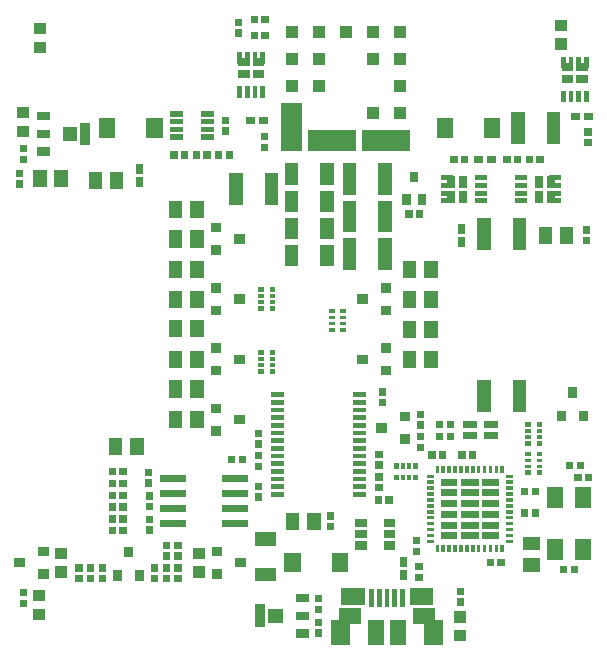
<source format=gbr>
G04 start of page 12 for group -4015 idx -4015 *
G04 Title: (unknown), toppaste *
G04 Creator: pcb 1.99z *
G04 CreationDate: Fri 15 Aug 2014 08:28:38 GMT UTC *
G04 For: rbarlow *
G04 Format: Gerber/RS-274X *
G04 PCB-Dimensions (mm): 152.40 127.00 *
G04 PCB-Coordinate-Origin: lower left *
%MOMM*%
%FSLAX43Y43*%
%LNTOPPASTE*%
%ADD163R,1.460X1.460*%
%ADD162R,1.350X1.350*%
%ADD161R,1.625X1.625*%
%ADD160R,1.375X1.375*%
%ADD159R,0.800X0.800*%
%ADD158R,0.600X0.600*%
%ADD157R,0.300X0.300*%
%ADD156R,0.450X0.450*%
%ADD155R,0.900X0.900*%
%ADD154R,1.770X1.770*%
%ADD153C,0.002*%
%ADD152R,0.400X0.400*%
%ADD151R,0.700X0.700*%
%ADD150R,0.950X0.950*%
%ADD149R,1.400X1.400*%
%ADD148R,1.150X1.150*%
%ADD147R,0.620X0.620*%
G54D147*X81349Y35500D02*X81351D01*
X82249D02*X82251D01*
X81400Y38451D02*Y38449D01*
Y39351D02*Y39349D01*
Y37451D02*Y37449D01*
Y36551D02*Y36549D01*
X81700Y44651D02*Y44649D01*
Y43751D02*Y43749D01*
G54D148*X93200Y67775D02*Y66225D01*
X96200Y67775D02*Y66225D01*
G54D149*X91000Y67120D02*Y66880D01*
X87000Y67120D02*Y66880D01*
G54D150*X96775Y75700D02*X96825D01*
X96775Y74100D02*X96825D01*
X52675Y73800D02*X52725D01*
X52675Y75400D02*X52725D01*
G54D147*X92249Y64300D02*X92251D01*
X93149D02*X93151D01*
X84849Y59700D02*X84851D01*
X83949D02*X83951D01*
G54D151*X83750Y61050D02*Y60850D01*
X85050Y61050D02*Y60850D01*
X84400Y62950D02*Y62750D01*
G54D147*X95049Y64300D02*X95051D01*
X94149D02*X94151D01*
G54D152*X89740Y60825D02*X90330D01*
X89740Y61475D02*X90330D01*
X89740Y62125D02*X90330D01*
X89740Y62775D02*X90330D01*
X86870D02*X87460D01*
X86870Y62125D02*X87460D01*
X86870Y61475D02*X87460D01*
X86870Y60825D02*X87460D01*
G54D151*X88555Y61320D02*Y61032D01*
Y62568D02*Y62280D01*
X87530Y61320D02*Y61032D01*
Y62568D02*Y62280D01*
G54D152*X93170Y62775D02*X93760D01*
X93170Y62125D02*X93760D01*
X93170Y61475D02*X93760D01*
X93170Y60825D02*X93760D01*
X96040D02*X96630D01*
X96040Y61475D02*X96630D01*
X96040Y62125D02*X96630D01*
X96040Y62775D02*X96630D01*
G54D151*X94945Y62568D02*Y62280D01*
Y61320D02*Y61032D01*
X95970Y62568D02*Y62280D01*
Y61320D02*Y61032D01*
G54D147*X99100Y65751D02*Y65749D01*
Y66651D02*Y66649D01*
G54D152*X97025Y69960D02*Y69370D01*
X97675Y69960D02*Y69370D01*
X98325Y69960D02*Y69370D01*
X98975Y69960D02*Y69370D01*
Y72830D02*Y72240D01*
X98325Y72830D02*Y72240D01*
X97675Y72830D02*Y72240D01*
X97025Y72830D02*Y72240D01*
G54D151*X97232Y71145D02*X97520D01*
X98480D02*X98768D01*
X97232Y72170D02*X97520D01*
X98480D02*X98768D01*
G54D147*X71700Y65351D02*Y65349D01*
Y66251D02*Y66249D01*
X71749Y76200D02*X71751D01*
X70849D02*X70851D01*
X70849Y74800D02*X70851D01*
X71749D02*X71751D01*
X69500Y75951D02*Y75949D01*
Y75051D02*Y75049D01*
G54D153*G36*
X82655Y75605D02*Y74595D01*
X83665D01*
Y75605D01*
X82655D01*
G37*
G36*
X80365D02*Y74595D01*
X81375D01*
Y75605D01*
X80365D01*
G37*
G36*
X78075D02*Y74595D01*
X79085D01*
Y75605D01*
X78075D01*
G37*
G36*
X75795D02*Y74595D01*
X76805D01*
Y75605D01*
X75795D01*
G37*
G36*
X73505D02*Y74595D01*
X74515D01*
Y75605D01*
X73505D01*
G37*
G36*
X82655Y73315D02*Y72305D01*
X83665D01*
Y73315D01*
X82655D01*
G37*
G36*
X80365D02*Y72305D01*
X81375D01*
Y73315D01*
X80365D01*
G37*
G36*
X75795D02*Y72305D01*
X76805D01*
Y73315D01*
X75795D01*
G37*
G36*
X73505D02*Y72305D01*
X74515D01*
Y73315D01*
X73505D01*
G37*
G36*
X82655Y71025D02*Y70015D01*
X83665D01*
Y71025D01*
X82655D01*
G37*
G36*
X75795D02*Y70015D01*
X76805D01*
Y71025D01*
X75795D01*
G37*
G36*
X73505D02*Y70015D01*
X74515D01*
Y71025D01*
X73505D01*
G37*
G36*
X82655Y68745D02*Y67735D01*
X83665D01*
Y68745D01*
X82655D01*
G37*
G36*
X80365D02*Y67735D01*
X81375D01*
Y68745D01*
X80365D01*
G37*
G54D154*X80860Y65950D02*X83160D01*
X76290D02*X78590D01*
X74010Y68240D02*Y65940D01*
G54D147*X51300Y64351D02*Y64349D01*
Y65251D02*Y65249D01*
G54D150*X51275Y68300D02*X51325D01*
X51275Y66700D02*X51325D01*
G54D151*X52775Y68000D02*X53175D01*
X52775Y66500D02*X53175D01*
X52775Y65000D02*X53175D01*
G54D155*X56525Y67000D02*Y66000D01*
G54D153*G36*
X54625Y67100D02*Y65900D01*
X55825D01*
Y67100D01*
X54625D01*
G37*
G54D156*X66575Y66225D02*X67225D01*
X66575Y66875D02*X67225D01*
X66575Y67525D02*X67225D01*
X66575Y68175D02*X67225D01*
X63975Y66225D02*X64625D01*
X63975Y66875D02*X64625D01*
X63975Y67525D02*X64625D01*
X63975Y68175D02*X64625D01*
G54D149*X62400Y67120D02*Y66880D01*
X58400Y67120D02*Y66880D01*
G54D152*X69625Y70360D02*Y69770D01*
X70275Y70360D02*Y69770D01*
X70925Y70360D02*Y69770D01*
X71575Y70360D02*Y69770D01*
Y73230D02*Y72640D01*
X70925Y73230D02*Y72640D01*
X70275Y73230D02*Y72640D01*
X69625Y73230D02*Y72640D01*
G54D151*X69832Y71545D02*X70120D01*
X71080D02*X71368D01*
X69832Y72570D02*X70120D01*
X71080D02*X71368D01*
G54D152*X72450Y44425D02*X73150D01*
X72450Y43775D02*X73150D01*
X72450Y43125D02*X73150D01*
X72450Y42475D02*X73150D01*
X72450Y41825D02*X73150D01*
X72450Y41175D02*X73150D01*
X72450Y40525D02*X73150D01*
X72450Y39875D02*X73150D01*
X72450Y39225D02*X73150D01*
X72450Y38575D02*X73150D01*
X72450Y37925D02*X73150D01*
X72450Y37275D02*X73150D01*
X72450Y36625D02*X73150D01*
X72450Y35975D02*X73150D01*
X79450Y44425D02*X80150D01*
X79450Y43775D02*X80150D01*
X79450Y43125D02*X80150D01*
X79450Y42475D02*X80150D01*
X79450Y41825D02*X80150D01*
X79450Y41175D02*X80150D01*
X79450Y40525D02*X80150D01*
X79450Y39875D02*X80150D01*
X79450Y39225D02*X80150D01*
X79450Y38575D02*X80150D01*
X79450Y37925D02*X80150D01*
X79450Y37275D02*X80150D01*
X79450Y36625D02*X80150D01*
X79450Y35975D02*X80150D01*
X77350Y51500D02*X77450D01*
G54D157*X77300Y50950D02*X77500D01*
X77300Y50450D02*X77500D01*
G54D152*X77350Y49900D02*X77450D01*
X78350Y51500D02*X78450D01*
G54D157*X78300Y50950D02*X78500D01*
X78300Y50450D02*X78500D01*
G54D152*X78350Y49900D02*X78450D01*
G54D147*X87749Y64300D02*X87751D01*
X88649D02*X88651D01*
G54D158*X90850D02*X91050D01*
X89750D02*X89950D01*
X97950Y68000D02*X98150D01*
X99050D02*X99250D01*
X70450Y67600D02*X70650D01*
X71550D02*X71750D01*
G54D152*X72350Y46400D02*X72450D01*
G54D157*X72300Y46950D02*X72500D01*
X72300Y47450D02*X72500D01*
G54D152*X72350Y48000D02*X72450D01*
X71350Y46400D02*X71450D01*
G54D157*X71300Y46950D02*X71500D01*
X71300Y47450D02*X71500D01*
G54D152*X71350Y48000D02*X71450D01*
X72350Y51700D02*X72450D01*
G54D157*X72300Y52250D02*X72500D01*
X72300Y52750D02*X72500D01*
G54D152*X72350Y53300D02*X72450D01*
X71350Y51700D02*X71450D01*
G54D157*X71300Y52250D02*X71500D01*
X71300Y52750D02*X71500D01*
G54D152*X71350Y53300D02*X71450D01*
G54D147*X71200Y41151D02*Y41149D01*
Y40251D02*Y40249D01*
Y38351D02*Y38349D01*
Y39251D02*Y39249D01*
G54D148*X77000Y56525D02*Y55875D01*
X74000Y56525D02*Y55875D01*
X77000Y58825D02*Y58175D01*
X74000Y58825D02*Y58175D01*
X77000Y61125D02*Y60475D01*
X74000Y61125D02*Y60475D01*
X77000Y63425D02*Y62775D01*
X74000Y63425D02*Y62775D01*
X78900Y60275D02*Y58725D01*
X81900Y60275D02*Y58725D01*
X78900Y63475D02*Y61925D01*
X81900Y63475D02*Y61925D01*
X78900Y57075D02*Y55525D01*
X81900Y57075D02*Y55525D01*
G54D147*X68400Y66751D02*Y66749D01*
Y67651D02*Y67649D01*
G54D148*X93300Y45075D02*Y43525D01*
X90300Y45075D02*Y43525D01*
G54D158*X88400Y57450D02*Y57250D01*
Y58550D02*Y58350D01*
G54D147*X99000Y57451D02*Y57449D01*
Y58351D02*Y58349D01*
G54D148*X95500Y58050D02*Y57750D01*
X97300Y58050D02*Y57750D01*
X93300Y58775D02*Y57225D01*
X90300Y58775D02*Y57225D01*
G54D159*X81950Y46450D02*X82050D01*
X81950Y48350D02*X82050D01*
X79950Y47400D02*X80050D01*
X81950Y51550D02*X82050D01*
X81950Y53450D02*X82050D01*
X79950Y52500D02*X80050D01*
G54D148*X84000Y47550D02*Y47250D01*
X85800Y47550D02*Y47250D01*
X84000Y50050D02*Y49750D01*
X85800Y50050D02*Y49750D01*
X84000Y52650D02*Y52350D01*
X85800Y52650D02*Y52350D01*
X84000Y55150D02*Y54850D01*
X85800Y55150D02*Y54850D01*
X69300Y62575D02*Y61025D01*
X72300Y62575D02*Y61025D01*
G54D147*X65949Y64700D02*X65951D01*
X66849D02*X66851D01*
X64949D02*X64951D01*
X64049D02*X64051D01*
X67849D02*X67851D01*
X68749D02*X68751D01*
X51000Y63151D02*Y63149D01*
Y62251D02*Y62249D01*
G54D148*X54500Y62850D02*Y62550D01*
X52700Y62850D02*Y62550D01*
G54D159*X67550Y43250D02*X67650D01*
X67550Y41350D02*X67650D01*
X69550Y42300D02*X69650D01*
G54D148*X59100Y40150D02*Y39850D01*
X60900Y40150D02*Y39850D01*
G54D159*X67550Y53450D02*X67650D01*
X67550Y51550D02*X67650D01*
X69550Y52500D02*X69650D01*
X67550Y58550D02*X67650D01*
X67550Y56650D02*X67650D01*
X69550Y57600D02*X69650D01*
X67550Y48350D02*X67650D01*
X67550Y46450D02*X67650D01*
X69550Y47400D02*X69650D01*
G54D148*X64200Y57750D02*Y57450D01*
X66000Y57750D02*Y57450D01*
X64200Y60250D02*Y59950D01*
X66000Y60250D02*Y59950D01*
X64200Y42450D02*Y42150D01*
X66000Y42450D02*Y42150D01*
X64200Y45050D02*Y44750D01*
X66000Y45050D02*Y44750D01*
X64200Y47550D02*Y47250D01*
X66000Y47550D02*Y47250D01*
X64200Y50150D02*Y49850D01*
X66000Y50150D02*Y49850D01*
X64200Y52650D02*Y52350D01*
X66000Y52650D02*Y52350D01*
X64200Y55150D02*Y54850D01*
X66000Y55150D02*Y54850D01*
G54D158*X61100Y62530D02*Y62330D01*
Y63630D02*Y63430D01*
G54D148*X57400Y62730D02*Y62430D01*
X59200Y62730D02*Y62430D01*
G54D159*X83550Y40650D02*X83650D01*
X83550Y42550D02*X83650D01*
X81550Y41600D02*X81650D01*
G54D147*X84900Y42751D02*Y42749D01*
Y41851D02*Y41849D01*
Y40851D02*Y40849D01*
Y39951D02*Y39949D01*
X86799Y39300D02*X86801D01*
X85899D02*X85901D01*
X84600Y32051D02*Y32049D01*
Y31151D02*Y31149D01*
X90849Y30200D02*X90851D01*
X91749D02*X91751D01*
X58849Y32900D02*X58851D01*
X59749D02*X59751D01*
G54D148*X74100Y33850D02*Y33550D01*
X75900Y33850D02*Y33550D01*
G54D147*X77300Y34151D02*Y34149D01*
Y33251D02*Y33249D01*
X89349Y39300D02*X89351D01*
X88449D02*X88451D01*
X98449Y38400D02*X98451D01*
X97549D02*X97551D01*
G54D151*X79750Y33550D02*X80050D01*
X79750Y32600D02*X80050D01*
X79750Y31650D02*X80050D01*
X82150D02*X82450D01*
X82150Y32600D02*X82450D01*
X82150Y33550D02*X82450D01*
G54D149*X96300Y35900D02*Y35500D01*
Y31500D02*Y31100D01*
X98700Y31500D02*Y31100D01*
Y35900D02*Y35500D01*
G54D159*X96850Y42650D02*Y42550D01*
X98750Y42650D02*Y42550D01*
X97800Y44650D02*Y44550D01*
G54D147*X59749Y34900D02*X59751D01*
X58849D02*X58851D01*
X58849Y33900D02*X58851D01*
X59749D02*X59751D01*
X59749Y35900D02*X59751D01*
X58849D02*X58851D01*
G54D150*X54475Y29400D02*X54525D01*
X54475Y31000D02*X54525D01*
G54D159*X52950Y29250D02*X53050D01*
X52950Y31150D02*X53050D01*
X50950Y30200D02*X51050D01*
G54D147*X69849Y38900D02*X69851D01*
X68949D02*X68951D01*
X61900Y36951D02*Y36949D01*
Y37851D02*Y37849D01*
X62000Y33851D02*Y33849D01*
Y32951D02*Y32949D01*
Y35851D02*Y35849D01*
Y34951D02*Y34949D01*
X71200Y35751D02*Y35749D01*
Y36651D02*Y36649D01*
G54D158*X63200Y37305D02*X64800D01*
X63200Y36035D02*X64800D01*
X63200Y34765D02*X64800D01*
X63200Y33495D02*X64800D01*
X68400D02*X70000D01*
X68400Y34765D02*X70000D01*
X68400Y36035D02*X70000D01*
X68400Y37305D02*X70000D01*
G54D147*X58849Y36900D02*X58851D01*
X59749D02*X59751D01*
G54D152*X93950Y39400D02*X94050D01*
G54D157*X93900Y38850D02*X94100D01*
X93900Y38350D02*X94100D01*
G54D152*X93950Y37800D02*X94050D01*
X94950Y39400D02*X95050D01*
G54D157*X94900Y38850D02*X95100D01*
X94900Y38350D02*X95100D01*
G54D152*X94950Y37800D02*X95050D01*
X84500Y38450D02*Y38350D01*
G54D157*X83950Y38500D02*Y38300D01*
X83450Y38500D02*Y38300D01*
G54D152*X82900Y38450D02*Y38350D01*
X84500Y37450D02*Y37350D01*
G54D157*X83950Y37500D02*Y37300D01*
X83450Y37500D02*Y37300D01*
G54D152*X82900Y37450D02*Y37350D01*
G54D157*X92300Y32000D02*X92600D01*
X92300Y32500D02*X92600D01*
X92300Y33000D02*X92600D01*
X92300Y33500D02*X92600D01*
X92300Y34000D02*X92600D01*
X92300Y34500D02*X92600D01*
X92300Y35000D02*X92600D01*
X92300Y35500D02*X92600D01*
X92300Y36000D02*X92600D01*
X92300Y36500D02*X92600D01*
X92300Y37000D02*X92600D01*
X92300Y37500D02*X92600D01*
X91850Y38250D02*Y37950D01*
X91350Y38250D02*Y37950D01*
X90850Y38250D02*Y37950D01*
X90350Y38250D02*Y37950D01*
X89850Y38250D02*Y37950D01*
X89350Y38250D02*Y37950D01*
X88850Y38250D02*Y37950D01*
X88350Y38250D02*Y37950D01*
X87850Y38250D02*Y37950D01*
X87350Y38250D02*Y37950D01*
X86850Y38250D02*Y37950D01*
X86350Y38250D02*Y37950D01*
X85600Y32000D02*X85900D01*
X85600Y32500D02*X85900D01*
X85600Y33000D02*X85900D01*
X85600Y33500D02*X85900D01*
X85600Y34000D02*X85900D01*
X85600Y34500D02*X85900D01*
X85600Y35000D02*X85900D01*
X85600Y35500D02*X85900D01*
X85600Y36000D02*X85900D01*
X85600Y36500D02*X85900D01*
X85600Y37000D02*X85900D01*
X85600Y37500D02*X85900D01*
X91850Y31550D02*Y31250D01*
X91350Y31550D02*Y31250D01*
X90850Y31550D02*Y31250D01*
X90350Y31550D02*Y31250D01*
X89850Y31550D02*Y31250D01*
X89350Y31550D02*Y31250D01*
X88850Y31550D02*Y31250D01*
X88350Y31550D02*Y31250D01*
X87850Y31550D02*Y31250D01*
X87350Y31550D02*Y31250D01*
X86850Y31550D02*Y31250D01*
X86350Y31550D02*Y31250D01*
G54D158*X90450Y32500D02*X91250D01*
X90450Y33350D02*X91250D01*
X90450Y34300D02*X91250D01*
X90450Y35200D02*X91250D01*
X90450Y36150D02*X91250D01*
X90450Y37000D02*X91250D01*
X88650Y32500D02*X89550D01*
X88650Y33350D02*X89550D01*
X88650Y34300D02*X89550D01*
X88650Y35200D02*X89550D01*
X88650Y36150D02*X89550D01*
X88650Y37000D02*X89550D01*
X86950Y32500D02*X87750D01*
X86950Y33350D02*X87750D01*
X86950Y34300D02*X87750D01*
X86950Y35200D02*X87750D01*
X86950Y36150D02*X87750D01*
X86950Y37000D02*X87750D01*
G54D152*X93950Y41900D02*X94050D01*
G54D157*X93900Y41350D02*X94100D01*
X93900Y40850D02*X94100D01*
G54D152*X93950Y40300D02*X94050D01*
X94950Y41900D02*X95050D01*
G54D157*X94900Y41350D02*X95100D01*
X94900Y40850D02*X95100D01*
G54D152*X94950Y40300D02*X95050D01*
G54D147*X59749Y37900D02*X59751D01*
X58849D02*X58851D01*
X99149Y37400D02*X99151D01*
X98249D02*X98251D01*
X97049Y29600D02*X97051D01*
X97949D02*X97951D01*
X94649Y34400D02*X94651D01*
X93749D02*X93751D01*
G54D158*X90600Y41875D02*X91200D01*
X88800D02*X89400D01*
X88800Y40925D02*X89400D01*
X90600D02*X91200D01*
G54D147*X86549Y41900D02*X86551D01*
X87449D02*X87451D01*
X86549Y40900D02*X86551D01*
X87449D02*X87451D01*
X76300Y24251D02*Y24249D01*
Y25151D02*Y25149D01*
Y27151D02*Y27149D01*
Y26251D02*Y26249D01*
G54D150*X52575Y27400D02*X52625D01*
X52575Y25800D02*X52625D01*
G54D147*X84800Y29851D02*Y29849D01*
Y28951D02*Y28949D01*
G54D150*X66175Y31000D02*X66225D01*
X66175Y29400D02*X66225D01*
X88275Y24000D02*X88325D01*
X88275Y25600D02*X88325D01*
G54D147*X88300Y27751D02*Y27749D01*
Y26851D02*Y26849D01*
G54D148*X94150Y30000D02*X94450D01*
X94150Y31800D02*X94450D01*
G54D160*X81163Y24613D02*Y23887D01*
X83037Y24613D02*Y23887D01*
G54D161*X78163Y24487D02*Y24012D01*
X86037Y24487D02*Y24012D01*
G54D162*X78738Y25675D02*X79213D01*
X84987D02*X85462D01*
G54D163*X78930Y27330D02*X79470D01*
X84730D02*X85270D01*
G54D152*X83400Y27800D02*Y26600D01*
X82750Y27800D02*Y26600D01*
X82100Y27800D02*Y26600D01*
X81450Y27800D02*Y26600D01*
X80800Y27800D02*Y26600D01*
G54D158*X83500Y29250D02*Y29050D01*
Y30350D02*Y30150D01*
G54D151*X74700Y24200D02*X75100D01*
X74700Y25700D02*X75100D01*
X74700Y27200D02*X75100D01*
G54D155*X71350Y26200D02*Y25200D01*
G54D153*G36*
X72050Y26300D02*Y25100D01*
X73250D01*
Y26300D01*
X72050D01*
G37*
G54D147*X51300Y26751D02*Y26749D01*
Y27651D02*Y27649D01*
G54D159*X67650Y31150D02*X67750D01*
X67650Y29250D02*X67750D01*
X69650Y30200D02*X69750D01*
G54D149*X74100Y30320D02*Y30080D01*
X78100Y30320D02*Y30080D01*
G54D148*X71475Y29200D02*X72125D01*
X71475Y32200D02*X72125D01*
G54D147*X64400Y31651D02*Y31649D01*
Y30751D02*Y30749D01*
Y28851D02*Y28849D01*
Y29751D02*Y29749D01*
X63400Y31651D02*Y31649D01*
Y30751D02*Y30749D01*
X56000Y28851D02*Y28849D01*
Y29751D02*Y29749D01*
G54D159*X59250Y29150D02*Y29050D01*
X61150Y29150D02*Y29050D01*
X60200Y31150D02*Y31050D01*
G54D147*X62400Y29751D02*Y29749D01*
Y28851D02*Y28849D01*
X58000Y29751D02*Y29749D01*
Y28851D02*Y28849D01*
X57000Y28851D02*Y28849D01*
Y29751D02*Y29749D01*
X63400Y28851D02*Y28849D01*
Y29751D02*Y29749D01*
X94649Y36200D02*X94651D01*
X93749D02*X93751D01*
M02*

</source>
